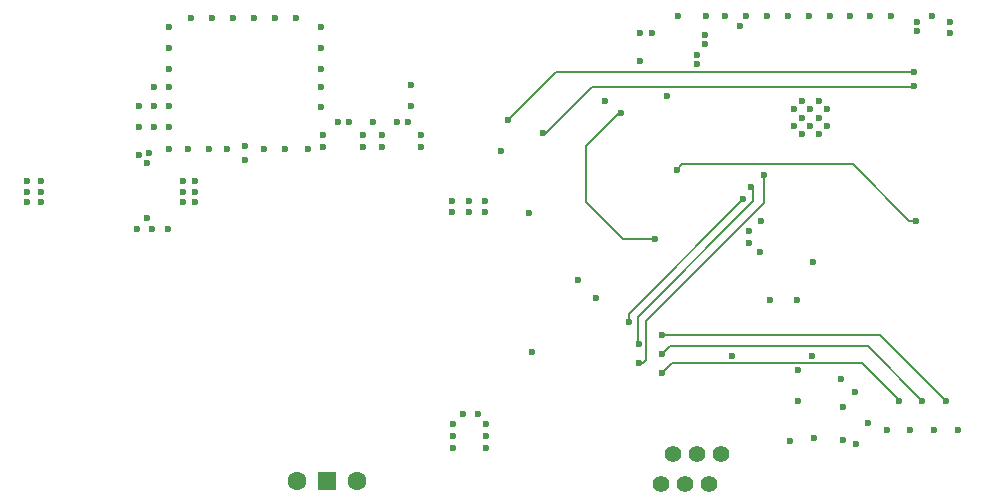
<source format=gbl>
%TF.GenerationSoftware,KiCad,Pcbnew,9.0.7*%
%TF.CreationDate,2026-01-28T21:35:42+01:00*%
%TF.ProjectId,modbus-to-x,6d6f6462-7573-42d7-946f-2d782e6b6963,rev?*%
%TF.SameCoordinates,Original*%
%TF.FileFunction,Copper,L4,Bot*%
%TF.FilePolarity,Positive*%
%FSLAX46Y46*%
G04 Gerber Fmt 4.6, Leading zero omitted, Abs format (unit mm)*
G04 Created by KiCad (PCBNEW 9.0.7) date 2026-01-28 21:35:42*
%MOMM*%
%LPD*%
G01*
G04 APERTURE LIST*
%TA.AperFunction,ComponentPad*%
%ADD10R,1.500000X1.500000*%
%TD*%
%TA.AperFunction,ComponentPad*%
%ADD11C,1.600000*%
%TD*%
%TA.AperFunction,ComponentPad*%
%ADD12C,1.408000*%
%TD*%
%TA.AperFunction,HeatsinkPad*%
%ADD13C,0.600000*%
%TD*%
%TA.AperFunction,ViaPad*%
%ADD14C,0.600000*%
%TD*%
%TA.AperFunction,Conductor*%
%ADD15C,0.200000*%
%TD*%
G04 APERTURE END LIST*
D10*
%TO.P,SW1,1,B*%
%TO.N,/V_PROT*%
X75140000Y-127900000D03*
D11*
%TO.P,SW1,2,C*%
X77680000Y-127900000D03*
%TO.P,SW1,3,A*%
%TO.N,/V_BUCK*%
X72600000Y-127900000D03*
%TD*%
D12*
%TO.P,J1,6*%
%TO.N,/V_EXT*%
X103350000Y-128125000D03*
%TO.P,J1,5*%
%TO.N,/RS485+*%
X104370000Y-125585000D03*
%TO.P,J1,4*%
%TO.N,unconnected-(J1-Pad4)*%
X105390000Y-128125000D03*
%TO.P,J1,3*%
%TO.N,/RS485-*%
X106410000Y-125585000D03*
%TO.P,J1,2*%
%TO.N,unconnected-(J1-Pad2)*%
X107430000Y-128125000D03*
%TO.P,J1,1*%
%TO.N,GND*%
X108450000Y-125585000D03*
%TD*%
D13*
%TO.P,IC1,39,GND_4*%
%TO.N,GND*%
X114631800Y-96425400D03*
X114631800Y-97825400D03*
X115331800Y-95725400D03*
X115331800Y-97125400D03*
X115331800Y-98525400D03*
X116006800Y-96425400D03*
X116006800Y-97825400D03*
X116731800Y-95725400D03*
X116731800Y-97125400D03*
X116731800Y-98525400D03*
X117431800Y-96425400D03*
X117431800Y-97825400D03*
%TD*%
D14*
%TO.N,GND*%
X59900000Y-105600000D03*
X72500000Y-88700000D03*
X70713627Y-88700000D03*
X68925220Y-88700000D03*
X67167107Y-88700000D03*
X63613784Y-88696622D03*
X65378700Y-88700000D03*
X74600000Y-93000000D03*
X74603378Y-89446677D03*
X74600000Y-91211593D03*
X61758648Y-89446677D03*
X61755270Y-93000000D03*
X61755270Y-91211593D03*
X122508450Y-123575200D03*
X89845434Y-99930196D03*
X63350000Y-99825000D03*
X79000000Y-97500000D03*
X109407200Y-117297200D03*
X71550000Y-99825000D03*
X60290000Y-106600000D03*
X110845600Y-107721400D03*
X78150000Y-99600000D03*
X76000000Y-97500000D03*
X59900000Y-100950000D03*
X85796875Y-123100000D03*
X85796875Y-125100000D03*
X65150000Y-99825000D03*
X74600000Y-94500000D03*
X118600000Y-119300000D03*
X74750000Y-99600000D03*
X58980000Y-106600000D03*
X59150000Y-97925000D03*
X83100000Y-99600000D03*
X108840000Y-88500000D03*
X114900000Y-112550000D03*
X79750000Y-99600000D03*
X61600000Y-106600000D03*
X61750000Y-94500000D03*
X60450000Y-97925000D03*
X88596875Y-124100000D03*
X124489650Y-123575200D03*
X87896875Y-122200000D03*
X74600000Y-96260000D03*
X86596875Y-122200000D03*
X82250000Y-96125000D03*
X92436786Y-117000000D03*
X61750000Y-99825000D03*
X104800000Y-88500000D03*
X79750000Y-98600000D03*
X82000000Y-97500000D03*
X111785400Y-108483400D03*
X128500000Y-123550000D03*
X125018800Y-89027000D03*
X118800000Y-124400000D03*
X66650000Y-99825000D03*
X96311700Y-110888300D03*
X59200000Y-100300000D03*
X68150000Y-99525000D03*
X81000000Y-97500000D03*
X60450000Y-94500000D03*
X88596875Y-123100000D03*
X114140000Y-88500000D03*
X77000000Y-97500000D03*
X59150000Y-96165000D03*
X115900000Y-88500000D03*
X116281200Y-109331200D03*
X60450000Y-96165000D03*
X126300000Y-88500000D03*
X118800000Y-121600000D03*
X117660000Y-88500000D03*
X122860000Y-88500000D03*
X126470850Y-123575200D03*
X73450000Y-99825000D03*
X74750000Y-98600000D03*
X102600000Y-90000000D03*
X83100000Y-98600000D03*
X112380000Y-88500000D03*
X82250000Y-94365000D03*
X127889000Y-89052400D03*
X119800000Y-120400000D03*
X111810800Y-105867200D03*
X97861700Y-112438300D03*
X121100000Y-88500000D03*
X85796875Y-124100000D03*
X78150000Y-98600000D03*
X110845600Y-106705400D03*
X88596875Y-125100000D03*
X60000000Y-100100000D03*
X120900000Y-122950000D03*
X127889000Y-90000000D03*
X110600000Y-88500000D03*
X110032800Y-89400000D03*
X103900000Y-95300000D03*
X68150000Y-100725000D03*
X119420000Y-88500000D03*
X119900000Y-124800000D03*
X69750000Y-99825000D03*
X107150000Y-88500000D03*
X61750000Y-97885000D03*
X61750000Y-96125000D03*
X101600000Y-92300000D03*
X125018800Y-89839800D03*
X101600000Y-90000000D03*
%TO.N,/EN*%
X100000000Y-96700000D03*
X102850000Y-107400000D03*
%TO.N,/IO_0*%
X104700000Y-101600000D03*
X124968000Y-105918000D03*
%TO.N,VDD33*%
X106400000Y-92600000D03*
X114326007Y-124516311D03*
X88500000Y-105125000D03*
X107100000Y-90100000D03*
X98600000Y-95700000D03*
X87100000Y-105125000D03*
X92200000Y-105200000D03*
X112623947Y-112537800D03*
X114956700Y-118536400D03*
X85700000Y-105125000D03*
X87100000Y-104200000D03*
X107100000Y-90900000D03*
X114956700Y-121120678D03*
X116332127Y-124293730D03*
X106400000Y-91800000D03*
X85700000Y-104200000D03*
X116205000Y-117285700D03*
X88500000Y-104200000D03*
%TO.N,/TX_0*%
X124841000Y-93242208D03*
X90400000Y-97350000D03*
%TO.N,/RX_0*%
X93350000Y-98450000D03*
X124841000Y-94488000D03*
%TO.N,/V_BUCK*%
X49700000Y-103400000D03*
X63900000Y-104300000D03*
X62900000Y-104300000D03*
X49700000Y-104300000D03*
X50900000Y-102500000D03*
X62900000Y-103400000D03*
X63900000Y-103400000D03*
X62900000Y-102500000D03*
X49700000Y-102500000D03*
X50900000Y-103400000D03*
X63900000Y-102500000D03*
X50900000Y-104300000D03*
%TO.N,Net-(D4-A)*%
X103505000Y-115519200D03*
X127500000Y-121100000D03*
%TO.N,Net-(D5-A)*%
X103469900Y-117136300D03*
X125500000Y-121100000D03*
%TO.N,Net-(D6-A)*%
X103469900Y-118774600D03*
X123500000Y-121100000D03*
%TO.N,/LED_C*%
X100634800Y-114477800D03*
X110363000Y-104063800D03*
%TO.N,/LED_A*%
X101500000Y-117900000D03*
X112100000Y-102000000D03*
%TO.N,/LED_B*%
X111000000Y-103000000D03*
X101482600Y-116306600D03*
%TD*%
D15*
%TO.N,/EN*%
X100150000Y-107400000D02*
X97000000Y-104250000D01*
X102850000Y-107400000D02*
X100150000Y-107400000D01*
X99850000Y-96700000D02*
X100000000Y-96700000D01*
X97000000Y-104250000D02*
X97000000Y-99550000D01*
X97000000Y-99550000D02*
X99850000Y-96700000D01*
%TO.N,/IO_0*%
X104700000Y-101600000D02*
X105199000Y-101101000D01*
X105199000Y-101101000D02*
X119601000Y-101101000D01*
X124418000Y-105918000D02*
X124968000Y-105918000D01*
X119601000Y-101101000D02*
X124418000Y-105918000D01*
%TO.N,/TX_0*%
X124858745Y-93242208D02*
X124857553Y-93243400D01*
X94506600Y-93243400D02*
X90400000Y-97350000D01*
X124857553Y-93243400D02*
X94506600Y-93243400D01*
%TO.N,/RX_0*%
X93650000Y-98450000D02*
X93350000Y-98450000D01*
X124841000Y-94488000D02*
X124815600Y-94513400D01*
X97535800Y-94564200D02*
X93650000Y-98450000D01*
X97586600Y-94513400D02*
X97535800Y-94564200D01*
X124815600Y-94513400D02*
X97586600Y-94513400D01*
%TO.N,Net-(D4-A)*%
X103526200Y-115498000D02*
X121898000Y-115498000D01*
X103505000Y-115519200D02*
X103526200Y-115498000D01*
X121898000Y-115498000D02*
X127500000Y-121100000D01*
%TO.N,Net-(D5-A)*%
X120872800Y-116472800D02*
X104133400Y-116472800D01*
X104133400Y-116472800D02*
X103469900Y-117136300D01*
X125500000Y-121100000D02*
X120872800Y-116472800D01*
%TO.N,Net-(D6-A)*%
X123500000Y-121100000D02*
X123500000Y-121050000D01*
X123500000Y-121050000D02*
X120386400Y-117936400D01*
X120386400Y-117936400D02*
X104308100Y-117936400D01*
X104308100Y-117936400D02*
X103469900Y-118774600D01*
%TO.N,/LED_C*%
X100634800Y-113792000D02*
X100634800Y-114477800D01*
%TO.N,/LED_A*%
X101500000Y-117900000D02*
X101850000Y-117900000D01*
X101850000Y-117900000D02*
X102082600Y-117667400D01*
X102082600Y-117667400D02*
X102082600Y-114340471D01*
X112100000Y-104323071D02*
X112100000Y-102000000D01*
X102082600Y-114340471D02*
X112100000Y-104323071D01*
%TO.N,/LED_B*%
X111200000Y-104217400D02*
X101396800Y-114020600D01*
X101396800Y-114020600D02*
X101396800Y-116123949D01*
X111200000Y-103200000D02*
X111200000Y-104217400D01*
X101396800Y-116123949D02*
X101482600Y-116209749D01*
X101482600Y-116209749D02*
X101482600Y-116306600D01*
X111000000Y-103000000D02*
X111200000Y-103200000D01*
%TO.N,/LED_C*%
X110363000Y-104063800D02*
X100634800Y-113792000D01*
%TD*%
M02*

</source>
